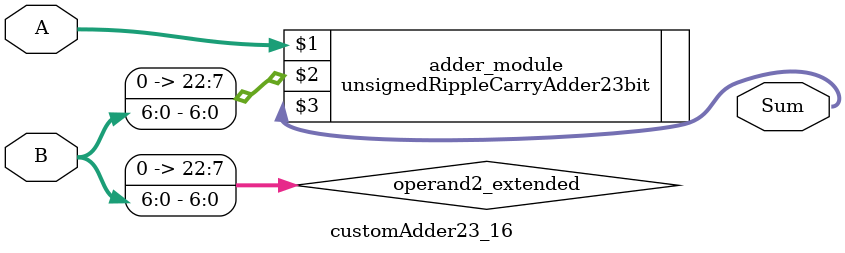
<source format=v>

module customAdder23_16(
                    input [22 : 0] A,
                    input [6 : 0] B,
                    
                    output [23 : 0] Sum
            );

    wire [22 : 0] operand2_extended;
    
    assign operand2_extended =  {16'b0, B};
    
    unsignedRippleCarryAdder23bit adder_module(
        A,
        operand2_extended,
        Sum
    );
    
endmodule
        
</source>
